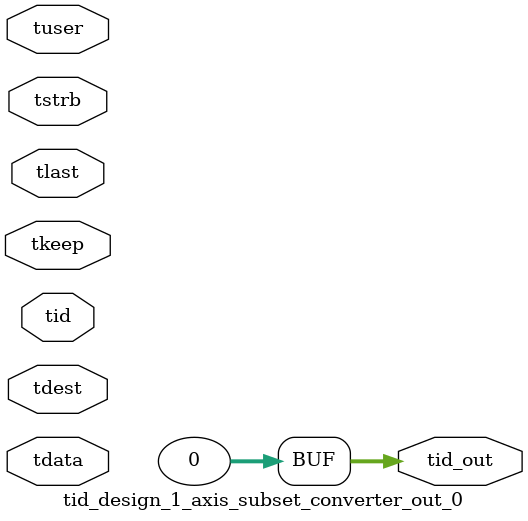
<source format=v>


`timescale 1ps/1ps

module tid_design_1_axis_subset_converter_out_0 #
(
parameter C_S_AXIS_TID_WIDTH   = 1,
parameter C_S_AXIS_TUSER_WIDTH = 0,
parameter C_S_AXIS_TDATA_WIDTH = 0,
parameter C_S_AXIS_TDEST_WIDTH = 0,
parameter C_M_AXIS_TID_WIDTH   = 32
)
(
input  [(C_S_AXIS_TID_WIDTH   == 0 ? 1 : C_S_AXIS_TID_WIDTH)-1:0       ] tid,
input  [(C_S_AXIS_TDATA_WIDTH == 0 ? 1 : C_S_AXIS_TDATA_WIDTH)-1:0     ] tdata,
input  [(C_S_AXIS_TUSER_WIDTH == 0 ? 1 : C_S_AXIS_TUSER_WIDTH)-1:0     ] tuser,
input  [(C_S_AXIS_TDEST_WIDTH == 0 ? 1 : C_S_AXIS_TDEST_WIDTH)-1:0     ] tdest,
input  [(C_S_AXIS_TDATA_WIDTH/8)-1:0 ] tkeep,
input  [(C_S_AXIS_TDATA_WIDTH/8)-1:0 ] tstrb,
input                                                                    tlast,
output [(C_M_AXIS_TID_WIDTH   == 0 ? 1 : C_M_AXIS_TID_WIDTH)-1:0       ] tid_out
);

assign tid_out = {1'b0};

endmodule


</source>
